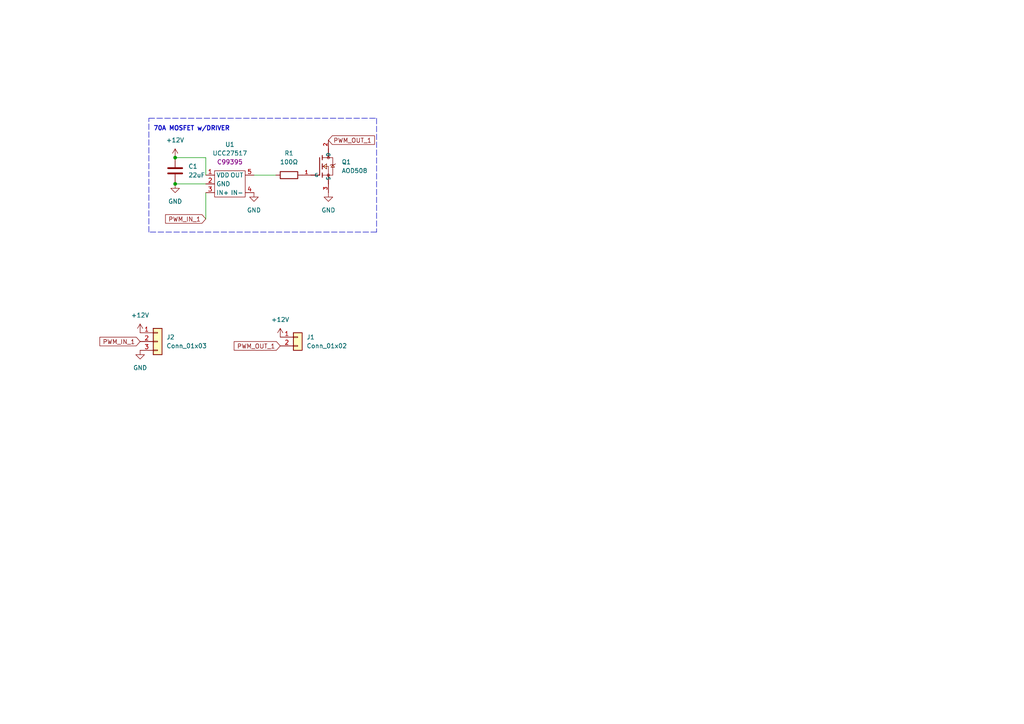
<source format=kicad_sch>
(kicad_sch (version 20211123) (generator eeschema)
  (paper "A4")
  (lib_symbols
    (symbol "01-rickbassham:NCE6080K" (pin_names (offset 1.016))
      (property "Reference" "Q" (at 6.35 0 0))
      (property "Value" "NCE6080K" (at 6.35 -2.54 0))
      (symbol "NCE6080K_0_0"
        (polyline (pts (xy -2.54 -2.54) (xy 0 -2.54)) (stroke (width 0.254)))
        (polyline (pts (xy 0 2.54) (xy 0 -2.54)) (stroke (width 0.254)))
        (polyline (pts (xy 0.762 -2.54) (xy 0.762 -3.175)) (stroke (width 0.254)))
        (polyline (pts (xy 0.762 -1.905) (xy 0.762 -2.54)) (stroke (width 0.254)))
        (polyline (pts (xy 0.762 0) (xy 0.762 -0.762)) (stroke (width 0.254)))
        (polyline (pts (xy 0.762 0) (xy 2.54 0)) (stroke (width 0.1524)))
        (polyline (pts (xy 0.762 0.762) (xy 0.762 0)) (stroke (width 0.254)))
        (polyline (pts (xy 0.762 2.54) (xy 0.762 1.905)) (stroke (width 0.254)))
        (polyline (pts (xy 0.762 2.54) (xy 2.54 2.54)) (stroke (width 0.1524)))
        (polyline (pts (xy 0.762 3.175) (xy 0.762 2.54)) (stroke (width 0.254)))
        (polyline (pts (xy 2.54 -2.54) (xy 0.762 -2.54)) (stroke (width 0.1524)))
        (polyline (pts (xy 2.54 -2.54) (xy 2.54 -5.08)) (stroke (width 0.254)))
        (polyline (pts (xy 2.54 -2.54) (xy 3.81 -2.54)) (stroke (width 0.1524)))
        (polyline (pts (xy 2.54 0) (xy 2.54 -2.54)) (stroke (width 0.1524)))
        (polyline (pts (xy 2.54 2.54) (xy 3.81 2.54)) (stroke (width 0.1524)))
        (polyline (pts (xy 2.54 5.08) (xy 2.54 2.54)) (stroke (width 0.254)))
        (polyline (pts (xy 3.302 0.508) (xy 3.048 0.254)) (stroke (width 0.1524)))
        (polyline (pts (xy 3.81 0.508) (xy 3.302 0.508)) (stroke (width 0.1524)))
        (polyline (pts (xy 3.81 0.508) (xy 3.81 -2.54)) (stroke (width 0.1524)))
        (polyline (pts (xy 3.81 2.54) (xy 3.81 0.508)) (stroke (width 0.1524)))
        (polyline (pts (xy 4.318 0.508) (xy 3.81 0.508)) (stroke (width 0.1524)))
        (polyline (pts (xy 4.572 0.762) (xy 4.318 0.508)) (stroke (width 0.1524)))
        (polyline (pts (xy 1.016 0) (xy 2.032 0.762) (xy 2.032 -0.762) (xy 1.016 0)) (stroke (width 0.1524)) (fill (type background)))
        (polyline (pts (xy 3.81 0.508) (xy 3.302 -0.254) (xy 4.318 -0.254) (xy 3.81 0.508)) (stroke (width 0.1524)) (fill (type background)))
        (circle (center 2.54 -2.54) (radius 0.3556))
        (circle (center 2.54 2.54) (radius 0.3556))
        (pin passive line (at -5.08 -2.54 0) (length 2.54) (name "G") (number "1"))
        (pin passive line (at 2.54 7.62 270) (length 2.54) (name "D") (number "2"))
        (pin passive line (at 2.54 -7.62 90) (length 2.54) (name "S") (number "3"))
      )
    )
    (symbol "01-rickbassham:UCC27517"
      (property "Reference" "U" (at 0 0 0))
      (property "Value" "UCC27517" (at 0 0 0))
      (property "LCSC" "C99395" (at 0 0 0))
      (symbol "UCC27517_0_1"
        (rectangle (start 0 -3.81) (end 8.89 -11.43))
      )
      (symbol "UCC27517_1_1"
        (pin power_in line (at -2.54 -5.08 0) (length 2.54) (name "VDD") (number "1"))
        (pin power_in line (at -2.54 -7.62 0) (length 2.54) (name "GND") (number "2"))
        (pin input line (at -2.54 -10.16 0) (length 2.54) (name "IN+") (number "3"))
        (pin power_out line (at 11.43 -10.16 180) (length 2.54) (name "IN-") (number "4"))
        (pin output line (at 11.43 -5.08 180) (length 2.54) (name "OUT") (number "5"))
      )
    )
    (symbol "Connector_Generic:Conn_01x02" (pin_names (offset 1.016) hide)
      (property "Reference" "J" (at 0 2.54 0))
      (property "Value" "Conn_01x02" (at 0 -5.08 0))
      (symbol "Conn_01x02_1_1"
        (rectangle (start -1.27 -2.413) (end 0 -2.667) (stroke (width 0.1524)))
        (rectangle (start -1.27 0.127) (end 0 -0.127) (stroke (width 0.1524)))
        (rectangle (start -1.27 1.27) (end 1.27 -3.81) (stroke (width 0.254)) (fill (type background)))
        (pin passive line (at -5.08 0 0) (length 3.81) (name "Pin_1") (number "1"))
        (pin passive line (at -5.08 -2.54 0) (length 3.81) (name "Pin_2") (number "2"))
      )
    )
    (symbol "Connector_Generic:Conn_01x03" (pin_names (offset 1.016) hide)
      (property "Reference" "J" (at 0 5.08 0))
      (property "Value" "Conn_01x03" (at 0 -5.08 0))
      (symbol "Conn_01x03_1_1"
        (rectangle (start -1.27 -2.413) (end 0 -2.667) (stroke (width 0.1524)))
        (rectangle (start -1.27 0.127) (end 0 -0.127) (stroke (width 0.1524)))
        (rectangle (start -1.27 2.667) (end 0 2.413) (stroke (width 0.1524)))
        (rectangle (start -1.27 3.81) (end 1.27 -3.81) (stroke (width 0.254)) (fill (type background)))
        (pin passive line (at -5.08 2.54 0) (length 3.81) (name "Pin_1") (number "1"))
        (pin passive line (at -5.08 0 0) (length 3.81) (name "Pin_2") (number "2"))
        (pin passive line (at -5.08 -2.54 0) (length 3.81) (name "Pin_3") (number "3"))
      )
    )
    (symbol "Device:C" (pin_numbers hide) (pin_names (offset 0.254))
      (property "Reference" "C" (at 0.635 2.54 0))
      (property "Value" "C" (at 0.635 -2.54 0))
      (symbol "C_0_1"
        (polyline (pts (xy -2.032 -0.762) (xy 2.032 -0.762)) (stroke (width 0.508)))
        (polyline (pts (xy -2.032 0.762) (xy 2.032 0.762)) (stroke (width 0.508)))
      )
      (symbol "C_1_1"
        (pin passive line (at 0 3.81 270) (length 2.794) (name "~") (number "1"))
        (pin passive line (at 0 -3.81 90) (length 2.794) (name "~") (number "2"))
      )
    )
    (symbol "Device:R" (pin_numbers hide) (pin_names (offset 0))
      (property "Reference" "R" (at 2.032 0 90))
      (property "Value" "R" (at 0 0 90))
      (symbol "R_0_1"
        (rectangle (start -1.016 -2.54) (end 1.016 2.54) (stroke (width 0.254)))
      )
      (symbol "R_1_1"
        (pin passive line (at 0 3.81 270) (length 1.27) (name "~") (number "1"))
        (pin passive line (at 0 -3.81 90) (length 1.27) (name "~") (number "2"))
      )
    )
    (symbol "power:+12V" (power) (pin_names (offset 0))
      (property "Value" "+12V" (at 0 3.556 0))
      (symbol "+12V_0_1"
        (polyline (pts (xy -0.762 1.27) (xy 0 2.54)))
        (polyline (pts (xy 0 0) (xy 0 2.54)))
        (polyline (pts (xy 0 2.54) (xy 0.762 1.27)))
      )
      (symbol "+12V_1_1"
        (pin power_in line (at 0 0 90) (length 0) hide (name "+12V") (number "1"))
      )
    )
    (symbol "power:GND" (power) (pin_names (offset 0))
      (property "Value" "GND" (at 0 -3.81 0))
      (symbol "GND_0_1"
        (polyline (pts (xy 0 0) (xy 0 -1.27) (xy 1.27 -1.27) (xy 0 -2.54) (xy -1.27 -1.27) (xy 0 -1.27)))
      )
      (symbol "GND_1_1"
        (pin power_in line (at 0 0 270) (length 0) hide (name "GND") (number "1"))
      )
    )
  )
  (junction (at 50.8 53.34))
  (junction (at 50.8 45.72))
  (wire (pts (xy 59.69 55.88) (xy 59.69 63.5)))
  (wire (pts (xy 50.8 53.34) (xy 59.69 53.34)))
  (polyline (pts (xy 109.22 67.31) (xy 43.18 67.31)))
  (wire (pts (xy 80.01 50.8) (xy 73.66 50.8)))
  (polyline (pts (xy 109.22 34.29) (xy 109.22 67.31)))
  (polyline (pts (xy 43.18 67.31) (xy 43.18 34.29)))
  (wire (pts (xy 59.69 50.8) (xy 59.69 45.72)))
  (polyline (pts (xy 43.18 34.29) (xy 109.22 34.29)))
  (wire (pts (xy 59.69 45.72) (xy 50.8 45.72)))
  (text "70A MOSFET w/DRIVER" (at 44.45 38.1 0) (effects (font (size 1.27 1.27) bold) (justify left bottom)))
  (global_label "PWM_IN_1" (shape input) (at 40.64 99.06 180) (property "Intersheet References" "${INTERSHEET_REFS}" (effects hide)))
  (global_label "PWM_OUT_1" (shape input) (at 81.28 100.33 180) (property "Intersheet References" "${INTERSHEET_REFS}" (effects hide)))
  (global_label "PWM_IN_1" (shape input) (at 59.69 63.5 180) (property "Intersheet References" "${INTERSHEET_REFS}" (effects hide)))
  (global_label "PWM_OUT_1" (shape input) (at 95.25 40.64 0) (property "Intersheet References" "${INTERSHEET_REFS}" (effects hide)))
  (symbol (lib_id "01-rickbassham:UCC27517") (at 62.23 45.72 0) (unit 1)
    (property "Reference" "U1" (at 66.675 41.91 0))
    (property "Value" "UCC27517" (at 66.675 44.45 0))
    (property "Footprint" "Package_TO_SOT_SMD:SOT-23-5" (effects hide))
    (property "LCSC" "C99395" (at 66.675 46.99 0))
  )
  (symbol (lib_id "Connector_Generic:Conn_01x03") (at 45.72 99.06 0) (unit 1)
    (property "Reference" "J2" (at 48.26 97.7899 0) (effects (justify left)))
    (property "Value" "Conn_01x03" (at 48.26 100.3299 0) (effects (justify left)))
    (property "Footprint" "Connector_PinHeader_2.54mm:PinHeader_1x03_P2.54mm_Vertical" (effects hide))
  )
  (symbol (lib_id "power:GND") (at 95.25 55.88 0) (unit 1)
    (property "Reference" "#PWR0102" (effects hide))
    (property "Value" "GND" (at 95.25 60.96 0))
  )
  (symbol (lib_id "Connector_Generic:Conn_01x02") (at 86.36 97.79 0) (unit 1)
    (property "Reference" "J1" (at 88.9 97.7899 0) (effects (justify left)))
    (property "Value" "Conn_01x02" (at 88.9 100.3299 0) (effects (justify left)))
    (property "Footprint" "Connector_PinHeader_2.54mm:PinHeader_1x02_P2.54mm_Vertical" (effects hide))
  )
  (symbol (lib_id "Device:C") (at 50.8 49.53 0) (unit 1)
    (property "Reference" "C1" (at 54.61 48.2599 0) (effects (justify left)))
    (property "Value" "22uF" (at 54.61 50.7999 0) (effects (justify left)))
    (property "Footprint" "Capacitor_SMD:C_0603_1608Metric" (effects hide))
    (property "LCSC" "C268016" (effects hide))
  )
  (symbol (lib_id "power:+12V") (at 81.28 97.79 0) (unit 1)
    (property "Reference" "#PWR0106" (effects hide))
    (property "Value" "+12V" (at 81.28 92.71 0))
  )
  (symbol (lib_id "power:GND") (at 40.64 101.6 0) (unit 1)
    (property "Reference" "#PWR0108" (effects hide))
    (property "Value" "GND" (at 40.64 106.68 0))
  )
  (symbol (lib_id "power:GND") (at 50.8 53.34 0) (unit 1)
    (property "Reference" "#PWR0105" (effects hide))
    (property "Value" "GND" (at 50.8 58.42 0))
  )
  (symbol (lib_id "01-rickbassham:NCE6080K") (at 92.71 48.26 0) (unit 1)
    (property "Reference" "Q1" (at 99.06 46.9899 0) (effects (justify left)))
    (property "Value" "AOD508" (at 99.06 49.5299 0) (effects (justify left)))
    (property "Footprint" "Package_TO_SOT_SMD:TO-252-2" (effects hide))
    (property "LCSC" "C80964" (effects hide))
  )
  (symbol (lib_id "power:+12V") (at 50.8 45.72 0) (unit 1)
    (property "Reference" "#PWR0104" (effects hide))
    (property "Value" "+12V" (at 50.8 40.64 0))
  )
  (symbol (lib_id "power:+12V") (at 40.64 96.52 0) (unit 1)
    (property "Reference" "#PWR0107" (effects hide))
    (property "Value" "+12V" (at 40.64 91.44 0))
  )
  (symbol (lib_id "power:GND") (at 73.66 55.88 0) (unit 1)
    (property "Reference" "#PWR0101" (effects hide))
    (property "Value" "GND" (at 73.66 60.96 0))
  )
  (symbol (lib_id "Device:R") (at 83.82 50.8 90) (unit 1)
    (property "Reference" "R1" (at 83.82 44.45 90))
    (property "Value" "100Ω" (at 83.82 46.99 90))
    (property "Footprint" "Resistor_SMD:R_0603_1608Metric" (effects hide))
    (property "LCSC" "C105588" (effects hide))
  )
)
</source>
